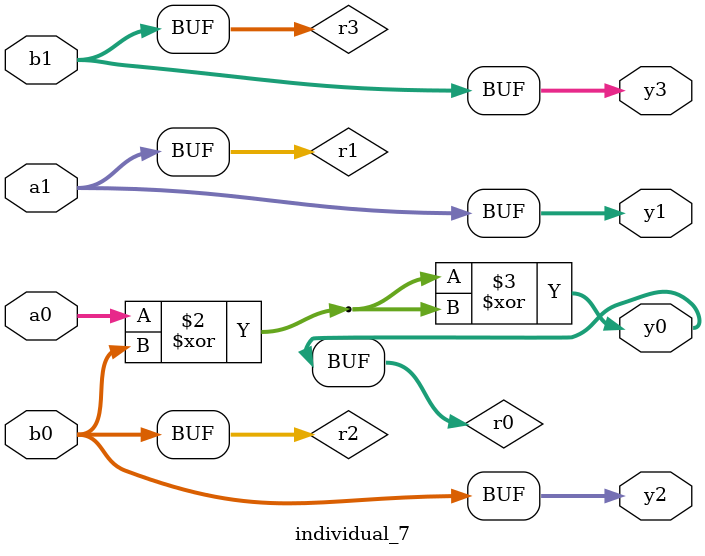
<source format=sv>
module individual_7(input logic [15:0] a1, input logic [15:0] a0, input logic [15:0] b1, input logic [15:0] b0, output logic [15:0] y3, output logic [15:0] y2, output logic [15:0] y1, output logic [15:0] y0);
logic [15:0] r0, r1, r2, r3; 
 always@(*) begin 
	 r0 = a0; r1 = a1; r2 = b0; r3 = b1; 
 	 r0  ^=  b0 ;
 	 r0  ^=  r0 ;
 	 y3 = r3; y2 = r2; y1 = r1; y0 = r0; 
end
endmodule
</source>
